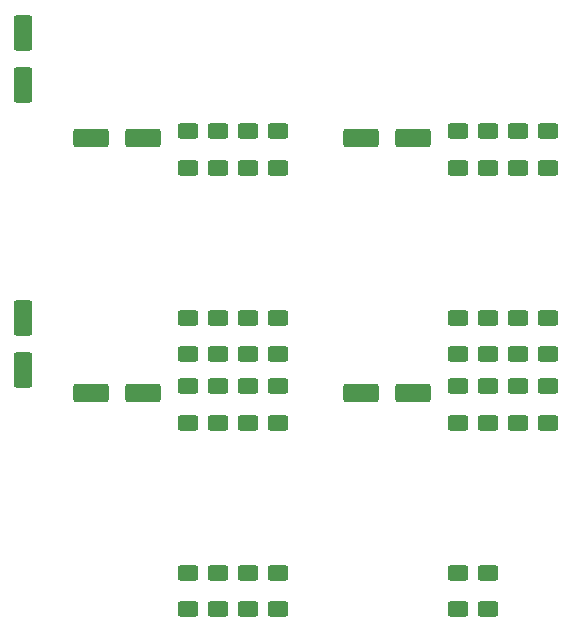
<source format=gtp>
%TF.GenerationSoftware,KiCad,Pcbnew,7.0.8*%
%TF.CreationDate,2023-10-23T01:27:40-07:00*%
%TF.ProjectId,motherboard,6d6f7468-6572-4626-9f61-72642e6b6963,1*%
%TF.SameCoordinates,Original*%
%TF.FileFunction,Paste,Top*%
%TF.FilePolarity,Positive*%
%FSLAX46Y46*%
G04 Gerber Fmt 4.6, Leading zero omitted, Abs format (unit mm)*
G04 Created by KiCad (PCBNEW 7.0.8) date 2023-10-23 01:27:40*
%MOMM*%
%LPD*%
G01*
G04 APERTURE LIST*
G04 Aperture macros list*
%AMRoundRect*
0 Rectangle with rounded corners*
0 $1 Rounding radius*
0 $2 $3 $4 $5 $6 $7 $8 $9 X,Y pos of 4 corners*
0 Add a 4 corners polygon primitive as box body*
4,1,4,$2,$3,$4,$5,$6,$7,$8,$9,$2,$3,0*
0 Add four circle primitives for the rounded corners*
1,1,$1+$1,$2,$3*
1,1,$1+$1,$4,$5*
1,1,$1+$1,$6,$7*
1,1,$1+$1,$8,$9*
0 Add four rect primitives between the rounded corners*
20,1,$1+$1,$2,$3,$4,$5,0*
20,1,$1+$1,$4,$5,$6,$7,0*
20,1,$1+$1,$6,$7,$8,$9,0*
20,1,$1+$1,$8,$9,$2,$3,0*%
G04 Aperture macros list end*
%ADD10RoundRect,0.250000X-0.625000X0.400000X-0.625000X-0.400000X0.625000X-0.400000X0.625000X0.400000X0*%
%ADD11RoundRect,0.250000X0.625000X-0.400000X0.625000X0.400000X-0.625000X0.400000X-0.625000X-0.400000X0*%
%ADD12RoundRect,0.250000X1.250000X0.550000X-1.250000X0.550000X-1.250000X-0.550000X1.250000X-0.550000X0*%
%ADD13RoundRect,0.250000X-0.550000X1.250000X-0.550000X-1.250000X0.550000X-1.250000X0.550000X1.250000X0*%
G04 APERTURE END LIST*
D10*
%TO.C,R12*%
X152400000Y-71830000D03*
X152400000Y-74930000D03*
%TD*%
D11*
%TO.C,R22*%
X132080000Y-112320000D03*
X132080000Y-109220000D03*
%TD*%
D10*
%TO.C,R4*%
X129540000Y-71830000D03*
X129540000Y-74930000D03*
%TD*%
D11*
%TO.C,R29*%
X152400000Y-112320000D03*
X152400000Y-109220000D03*
%TD*%
D10*
%TO.C,R20*%
X129540000Y-93420000D03*
X129540000Y-96520000D03*
%TD*%
D11*
%TO.C,R30*%
X154940000Y-112320000D03*
X154940000Y-109220000D03*
%TD*%
%TO.C,R13*%
X152400000Y-90730000D03*
X152400000Y-87630000D03*
%TD*%
D10*
%TO.C,R3*%
X132080000Y-71830000D03*
X132080000Y-74930000D03*
%TD*%
%TO.C,R1*%
X137160000Y-71830000D03*
X137160000Y-74930000D03*
%TD*%
%TO.C,R27*%
X154940000Y-93420000D03*
X154940000Y-96520000D03*
%TD*%
D11*
%TO.C,R16*%
X160020000Y-90730000D03*
X160020000Y-87630000D03*
%TD*%
D12*
%TO.C,C1*%
X125730000Y-72390000D03*
X121330000Y-72390000D03*
%TD*%
%TO.C,C4*%
X148590000Y-93980000D03*
X144190000Y-93980000D03*
%TD*%
%TO.C,C3*%
X125730000Y-93980000D03*
X121330000Y-93980000D03*
%TD*%
D10*
%TO.C,R2*%
X134620000Y-71830000D03*
X134620000Y-74930000D03*
%TD*%
D13*
%TO.C,C6*%
X115570000Y-87630000D03*
X115570000Y-92030000D03*
%TD*%
D11*
%TO.C,R23*%
X134620000Y-112320000D03*
X134620000Y-109220000D03*
%TD*%
D10*
%TO.C,R9*%
X160020000Y-71830000D03*
X160020000Y-74930000D03*
%TD*%
%TO.C,R11*%
X154940000Y-71830000D03*
X154940000Y-74930000D03*
%TD*%
%TO.C,R26*%
X157480000Y-93420000D03*
X157480000Y-96520000D03*
%TD*%
%TO.C,R10*%
X157480000Y-71830000D03*
X157480000Y-74930000D03*
%TD*%
D11*
%TO.C,R8*%
X137160000Y-90730000D03*
X137160000Y-87630000D03*
%TD*%
D10*
%TO.C,R25*%
X160020000Y-93420000D03*
X160020000Y-96520000D03*
%TD*%
%TO.C,R17*%
X137160000Y-93420000D03*
X137160000Y-96520000D03*
%TD*%
D11*
%TO.C,R15*%
X157480000Y-90730000D03*
X157480000Y-87630000D03*
%TD*%
%TO.C,R21*%
X129540000Y-112320000D03*
X129540000Y-109220000D03*
%TD*%
D13*
%TO.C,C5*%
X115570000Y-63500000D03*
X115570000Y-67900000D03*
%TD*%
D11*
%TO.C,R6*%
X132080000Y-90730000D03*
X132080000Y-87630000D03*
%TD*%
%TO.C,R7*%
X134620000Y-90730000D03*
X134620000Y-87630000D03*
%TD*%
D10*
%TO.C,R19*%
X132080000Y-93420000D03*
X132080000Y-96520000D03*
%TD*%
%TO.C,R28*%
X152400000Y-93420000D03*
X152400000Y-96520000D03*
%TD*%
D12*
%TO.C,C2*%
X148590000Y-72390000D03*
X144190000Y-72390000D03*
%TD*%
D11*
%TO.C,R24*%
X137160000Y-112320000D03*
X137160000Y-109220000D03*
%TD*%
%TO.C,R5*%
X129540000Y-90730000D03*
X129540000Y-87630000D03*
%TD*%
D10*
%TO.C,R18*%
X134620000Y-93420000D03*
X134620000Y-96520000D03*
%TD*%
D11*
%TO.C,R14*%
X154940000Y-90730000D03*
X154940000Y-87630000D03*
%TD*%
M02*

</source>
